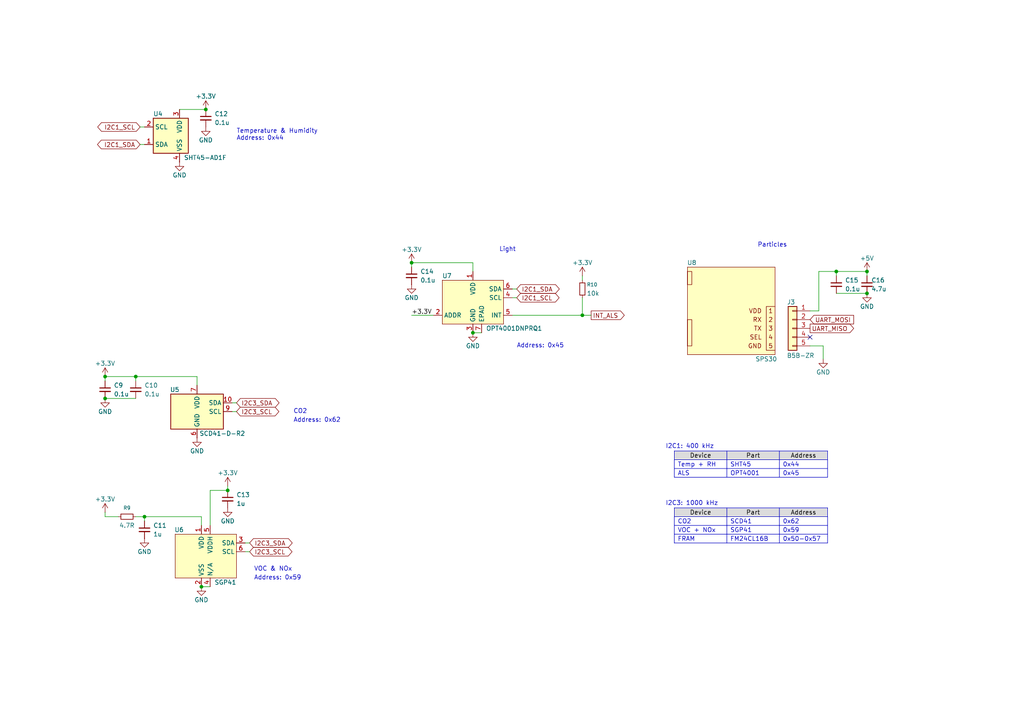
<source format=kicad_sch>
(kicad_sch (version 20250114) (generator "eeschema") (generator_version "9.0")
  (paper "A4")
  (title_block (title "Indoor Wireless Sensors") (date "2025-11-05") (rev "1.00"))
  (lib_symbols
    (symbol "Connector_Generic:Conn_01x05" (pin_names (offset 1.016) (hide yes))
      (property "Reference" "J" (at 0 7.62 0))
      (property "Value" "Conn_01x05" (at 0 -7.62 0))
      (symbol "Conn_01x05_1_1"
        (rectangle (start -1.27 6.35) (end 1.27 -6.35) (stroke (width 0.254)) (fill (type background)))
        (rectangle (start -1.27 5.207) (end 0 4.953) (stroke (width 0.1524)))
        (rectangle (start -1.27 2.667) (end 0 2.413) (stroke (width 0.1524)))
        (rectangle (start -1.27 0.127) (end 0 -0.127) (stroke (width 0.1524)))
        (rectangle (start -1.27 -2.413) (end 0 -2.667) (stroke (width 0.1524)))
        (rectangle (start -1.27 -4.953) (end 0 -5.207) (stroke (width 0.1524)))
        (pin passive line (at -5.08 5.08 0) (length 3.81) (name "Pin_1") (number "1"))
        (pin passive line (at -5.08 2.54 0) (length 3.81) (name "Pin_2") (number "2"))
        (pin passive line (at -5.08 0 0) (length 3.81) (name "Pin_3") (number "3"))
        (pin passive line (at -5.08 -2.54 0) (length 3.81) (name "Pin_4") (number "4"))
        (pin passive line (at -5.08 -5.08 0) (length 3.81) (name "Pin_5") (number "5"))
      )
    )
    (symbol "DWlib:OPT4001DNPRQ1"
      (property "Reference" "U" (at -8.382 7.366 0))
      (property "Value" "OPT4001DNPRQ1" (at 3.048 -7.62 0))
      (symbol "OPT4001DNPRQ1_1_1"
        (rectangle (start -8.89 6.35) (end 8.89 -6.35) (fill (type background)))
        (pin passive line (at -11.43 -3.81 0) (length 2.54) (name "ADDR") (number "2"))
        (pin power_in line (at 0 8.89 270) (length 2.54) (name "VDD") (number "1"))
        (pin power_in line (at 0 -8.89 90) (length 2.54) (name "GND") (number "3"))
        (pin passive line (at 2.54 -8.89 90) (length 2.54) (name "EPAD") (number "7"))
        (pin bidirectional line (at 11.43 3.81 180) (length 2.54) (name "SDA") (number "6"))
        (pin bidirectional line (at 11.43 1.27 180) (length 2.54) (name "SCL") (number "4"))
        (pin bidirectional line (at 11.43 -3.81 180) (length 2.54) (name "INT") (number "5"))
      )
    )
    (symbol "DWlib:SGP41"
      (property "Reference" "U" (at -8.382 7.366 0))
      (property "Value" "SGP41" (at 6.096 7.366 0))
      (symbol "SGP41_1_1"
        (rectangle (start -8.89 6.35) (end 8.89 -6.35) (fill (type background)))
        (pin power_in line (at -1.27 8.89 270) (length 2.54) (name "VDD") (number "1"))
        (pin power_in line (at -1.27 -8.89 90) (length 2.54) (name "VSS") (number "2"))
        (pin power_in line (at 1.27 8.89 270) (length 2.54) (name "VDDH") (number "5"))
        (pin passive line (at 1.27 -8.89 90) (length 2.54) (name "N/A") (number "4"))
        (pin bidirectional line (at 11.43 3.81 180) (length 2.54) (name "SDA") (number "3"))
        (pin bidirectional line (at 11.43 1.27 180) (length 2.54) (name "SCL") (number "6"))
      )
    )
    (symbol "DWlib:SPS30"
      (property "Reference" "U" (at -12.192 13.716 0))
      (property "Value" "SPS30" (at 9.906 13.716 0))
      (symbol "SPS30_0_1"
        (polyline (pts (xy 12.7 1.27) (xy 10.16 1.27) (xy 10.16 -11.43) (xy 12.7 -11.43)))
      )
      (symbol "SPS30_1_1"
        (rectangle (start -12.7 12.7) (end 12.7 -12.7) (fill (type background)))
        (rectangle (start -12.7 7.62) (end -11.43 11.43))
        (rectangle (start -12.7 -10.16) (end -11.43 -2.54))
        (text "VDD" (at 8.89 0 0) (effects (font (size 1.27 1.27)) (justify right)))
        (text "RX" (at 8.89 -2.54 0) (effects (font (size 1.27 1.27)) (justify right)))
        (text "TX" (at 8.89 -5.08 0) (effects (font (size 1.27 1.27)) (justify right)))
        (text "SEL" (at 8.89 -7.62 0) (effects (font (size 1.27 1.27)) (justify right)))
        (text "GND" (at 8.89 -10.16 0) (effects (font (size 1.27 1.27)) (justify right)))
        (text "1" (at 11.43 0 0) (effects (font (size 1.27 1.27))))
        (text "2" (at 11.43 -2.54 0) (effects (font (size 1.27 1.27))))
        (text "3" (at 11.43 -5.08 0) (effects (font (size 1.27 1.27))))
        (text "4" (at 11.43 -7.62 0) (effects (font (size 1.27 1.27))))
        (text "5" (at 11.43 -10.16 0) (effects (font (size 1.27 1.27))))
      )
    )
    (symbol "Device:C_Small" (pin_numbers (hide yes)) (pin_names (offset 0.254) (hide yes))
      (property "Reference" "C" (at 0.254 1.778 0))
      (property "Value" "C_Small" (at 0.254 -2.032 0))
      (symbol "C_Small_0_1"
        (polyline (pts (xy -1.524 0.508) (xy 1.524 0.508)) (stroke (width 0.3048)))
        (polyline (pts (xy -1.524 -0.508) (xy 1.524 -0.508)) (stroke (width 0.3302)))
      )
      (symbol "C_Small_1_1"
        (pin passive line (at 0 2.54 270) (length 2.032) (name "~") (number "1"))
        (pin passive line (at 0 -2.54 90) (length 2.032) (name "~") (number "2"))
      )
    )
    (symbol "Device:R_Small" (pin_numbers (hide yes)) (pin_names (offset 0.254) (hide yes))
      (property "Reference" "R" (at 0 0 90))
      (property "Value" "R_Small" (at 1.778 0 90))
      (symbol "R_Small_0_1"
        (rectangle (start -0.762 1.778) (end 0.762 -1.778) (stroke (width 0.2032)))
      )
      (symbol "R_Small_1_1"
        (pin passive line (at 0 2.54 270) (length 0.762) (name "~") (number "1"))
        (pin passive line (at 0 -2.54 90) (length 0.762) (name "~") (number "2"))
      )
    )
    (symbol "Sensor_Gas:SCD41-D-R2"
      (property "Reference" "U" (at -7.62 6.35 0))
      (property "Value" "SCD41-D-R2" (at 6.985 6.35 0))
      (symbol "SCD41-D-R2_0_1"
        (rectangle (start 7.62 5.08) (end -7.62 -5.08) (stroke (width 0.254)) (fill (type background)))
      )
      (symbol "SCD41-D-R2_1_1"
        (pin passive line (at 0 7.62 270) (length 2.54) (hide yes) (name "VDD") (number "19"))
        (pin power_in line (at 0 7.62 270) (length 2.54) (name "VDD") (number "7"))
        (pin passive line (at 0 -7.62 90) (length 2.54) (hide yes) (name "GND") (number "20"))
        (pin passive line (at 0 -7.62 90) (length 2.54) (hide yes) (name "GND") (number "21"))
        (pin power_in line (at 0 -7.62 90) (length 2.54) (name "GND") (number "6"))
        (pin bidirectional line (at 10.16 2.54 180) (length 2.54) (name "SDA") (number "10"))
        (pin input line (at 10.16 0 180) (length 2.54) (name "SCL") (number "9"))
      )
    )
    (symbol "Sensor_Humidity:SHT4x"
      (property "Reference" "U" (at 0 8.89 0))
      (property "Value" "SHT4x" (at 0 6.35 0))
      (symbol "SHT4x_1_1"
        (rectangle (start -5.08 5.08) (end 5.08 -5.08) (stroke (width 0.254)) (fill (type background)))
        (pin input line (at -7.62 2.54 0) (length 2.54) (name "SCL") (number "2"))
        (pin bidirectional line (at -7.62 -2.54 0) (length 2.54) (name "SDA") (number "1"))
        (pin power_in line (at 2.54 7.62 270) (length 2.54) (name "VDD") (number "3"))
        (pin power_in line (at 2.54 -7.62 90) (length 2.54) (name "VSS") (number "4"))
      )
    )
    (symbol "power:+3.3V" (power) (pin_numbers (hide yes)) (pin_names (offset 0) (hide yes))
      (property "Value" "+3.3V" (at 0 3.556 0))
      (symbol "+3.3V_0_1"
        (polyline (pts (xy -0.762 1.27) (xy 0 2.54)))
        (polyline (pts (xy 0 2.54) (xy 0.762 1.27)))
        (polyline (pts (xy 0 0) (xy 0 2.54)))
      )
      (symbol "+3.3V_1_1"
        (pin power_in line (at 0 0 90) (length 0) (name "~") (number "1"))
      )
    )
    (symbol "power:+5V" (power) (pin_numbers (hide yes)) (pin_names (offset 0) (hide yes))
      (property "Value" "+5V" (at 0 3.556 0))
      (symbol "+5V_0_1"
        (polyline (pts (xy -0.762 1.27) (xy 0 2.54)))
        (polyline (pts (xy 0 2.54) (xy 0.762 1.27)))
        (polyline (pts (xy 0 0) (xy 0 2.54)))
      )
      (symbol "+5V_1_1"
        (pin power_in line (at 0 0 90) (length 0) (name "~") (number "1"))
      )
    )
    (symbol "power:GND" (power) (pin_numbers (hide yes)) (pin_names (offset 0) (hide yes))
      (property "Value" "GND" (at 0 -3.81 0))
      (symbol "GND_0_1"
        (polyline (pts (xy 0 0) (xy 0 -1.27) (xy 1.27 -1.27) (xy 0 -2.54) (xy -1.27 -1.27) (xy 0 -1.27)))
      )
      (symbol "GND_1_1"
        (pin power_in line (at 0 0 270) (length 0) (name "~") (number "1"))
      )
    )
  )
  (text "Address: 0x59" (at 73.66 167.64 0) (effects (font (size 1.27 1.27)) (justify left)))
  (text "VOC & NOx" (at 73.66 165.1 0) (effects (font (size 1.27 1.27)) (justify left)))
  (text "Address: 0x44" (at 68.58 40.132 0) (effects (font (size 1.27 1.27)) (justify left)))
  (text "Particles" (at 219.71 71.12 0) (effects (font (size 1.27 1.27)) (justify left)))
  (text "CO2" (at 85.09 119.38 0) (effects (font (size 1.27 1.27)) (justify left)))
  (text "Light" (at 144.78 72.39 0) (effects (font (size 1.27 1.27)) (justify left)))
  (text "I2C1: 400 kHz" (at 193.04 129.54 0) (effects (font (size 1.27 1.27)) (justify left)))
  (text "Address: 0x45" (at 149.86 100.33 0) (effects (font (size 1.27 1.27)) (justify left)))
  (text "I2C3: 1000 kHz" (at 193.04 146.05 0) (effects (font (size 1.27 1.27)) (justify left)))
  (text "Temperature & Humidity" (at 68.58 38.1 0) (effects (font (size 1.27 1.27)) (justify left)))
  (text "Address: 0x62" (at 85.09 121.92 0) (effects (font (size 1.27 1.27)) (justify left)))
  (junction (at 242.57 78.74))
  (junction (at 39.37 109.22))
  (junction (at 119.38 76.2))
  (junction (at 41.91 149.86))
  (junction (at 66.04 142.24))
  (junction (at 251.46 85.09))
  (junction (at 30.48 109.22))
  (junction (at 30.48 115.57))
  (junction (at 58.42 170.18))
  (junction (at 168.91 91.44))
  (junction (at 251.46 78.74))
  (junction (at 137.16 96.52))
  (junction (at 59.69 31.75))
  (no_connect (at 234.95 97.79))
  (wire (pts (xy 30.48 110.49) (xy 30.48 109.22)))
  (wire (pts (xy 58.42 170.18) (xy 60.96 170.18)))
  (wire (pts (xy 41.91 149.86) (xy 58.42 149.86)))
  (wire (pts (xy 57.15 111.76) (xy 57.15 109.22)))
  (wire (pts (xy 119.38 77.47) (xy 119.38 76.2)))
  (wire (pts (xy 39.37 109.22) (xy 39.37 110.49)))
  (wire (pts (xy 242.57 78.74) (xy 242.57 80.01)))
  (wire (pts (xy 149.86 83.82) (xy 148.59 83.82)))
  (wire (pts (xy 68.58 119.38) (xy 67.31 119.38)))
  (wire (pts (xy 60.96 142.24) (xy 66.04 142.24)))
  (wire (pts (xy 148.59 91.44) (xy 168.91 91.44)))
  (wire (pts (xy 251.46 78.74) (xy 251.46 80.01)))
  (wire (pts (xy 40.64 36.83) (xy 41.91 36.83)))
  (wire (pts (xy 149.86 86.36) (xy 148.59 86.36)))
  (wire (pts (xy 52.07 31.75) (xy 59.69 31.75)))
  (wire (pts (xy 30.48 115.57) (xy 39.37 115.57)))
  (wire (pts (xy 68.58 116.84) (xy 67.31 116.84)))
  (wire (pts (xy 72.39 157.48) (xy 71.12 157.48)))
  (wire (pts (xy 234.95 100.33) (xy 238.76 100.33)))
  (wire (pts (xy 168.91 91.44) (xy 171.45 91.44)))
  (wire (pts (xy 168.91 86.36) (xy 168.91 91.44)))
  (wire (pts (xy 242.57 85.09) (xy 251.46 85.09)))
  (wire (pts (xy 72.39 160.02) (xy 71.12 160.02)))
  (wire (pts (xy 30.48 149.86) (xy 34.29 149.86)))
  (wire (pts (xy 40.64 41.91) (xy 41.91 41.91)))
  (wire (pts (xy 58.42 149.86) (xy 58.42 152.4)))
  (wire (pts (xy 119.38 76.2) (xy 137.16 76.2)))
  (wire (pts (xy 168.91 81.28) (xy 168.91 80.01)))
  (wire (pts (xy 30.48 148.59) (xy 30.48 149.86)))
  (wire (pts (xy 39.37 109.22) (xy 30.48 109.22)))
  (wire (pts (xy 39.37 149.86) (xy 41.91 149.86)))
  (wire (pts (xy 237.49 90.17) (xy 237.49 78.74)))
  (wire (pts (xy 242.57 78.74) (xy 251.46 78.74)))
  (wire (pts (xy 60.96 152.4) (xy 60.96 142.24)))
  (wire (pts (xy 137.16 96.52) (xy 139.7 96.52)))
  (wire (pts (xy 119.38 91.44) (xy 125.73 91.44)))
  (wire (pts (xy 41.91 149.86) (xy 41.91 151.13)))
  (wire (pts (xy 66.04 140.97) (xy 66.04 142.24)))
  (wire (pts (xy 234.95 90.17) (xy 237.49 90.17)))
  (wire (pts (xy 57.15 109.22) (xy 39.37 109.22)))
  (wire (pts (xy 237.49 78.74) (xy 242.57 78.74)))
  (wire (pts (xy 137.16 76.2) (xy 137.16 78.74)))
  (wire (pts (xy 238.76 100.33) (xy 238.76 104.14)))
  (table (column_count 3) (border (external yes) (header yes)) (separators (rows yes) (cols yes)) (column_widths 15.24 15.24 13.97) (row_heights 2.54 2.54 2.54 2.54) (cells (table_cell "Device" (at 195.58 147.32 0) (size 15.24 2.54) (margins 0.9525 0.9525 0.9525 0.9525) (span 1 1) (fill (type color) (color 220 220 220 1))) (table_cell "Part" (at 210.82 147.32 0) (size 15.24 2.54) (margins 0.9525 0.9525 0.9525 0.9525) (span 1 1) (fill (type color) (color 220 220 220 1))) (table_cell "Address" (at 226.06 147.32 0) (size 13.97 2.54) (margins 0.9525 0.9525 0.9525 0.9525) (span 1 1) (fill (type color) (color 220 220 220 1))) (table_cell "CO2" (at 195.58 149.86 0) (size 15.24 2.54) (margins 0.9525 0.9525 0.9525 0.9525) (span 1 1)) (table_cell "SCD41" (at 210.82 149.86 0) (size 15.24 2.54) (margins 0.9525 0.9525 0.9525 0.9525) (span 1 1)) (table_cell "0x62" (at 226.06 149.86 0) (size 13.97 2.54) (margins 0.9525 0.9525 0.9525 0.9525) (span 1 1)) (table_cell "VOC + NOx" (at 195.58 152.4 0) (size 15.24 2.54) (margins 0.9525 0.9525 0.9525 0.9525) (span 1 1)) (table_cell "SGP41" (at 210.82 152.4 0) (size 15.24 2.54) (margins 0.9525 0.9525 0.9525 0.9525) (span 1 1)) (table_cell "0x59" (at 226.06 152.4 0) (size 13.97 2.54) (margins 0.9525 0.9525 0.9525 0.9525) (span 1 1)) (table_cell "FRAM" (at 195.58 154.94 0) (size 15.24 2.54) (margins 0.9525 0.9525 0.9525 0.9525) (span 1 1)) (table_cell "FM24CL16B" (at 210.82 154.94 0) (size 15.24 2.54) (margins 0.9525 0.9525 0.9525 0.9525) (span 1 1)) (table_cell "0x50-0x57" (at 226.06 154.94 0) (size 13.97 2.54) (margins 0.9525 0.9525 0.9525 0.9525) (span 1 1))))
  (table (column_count 3) (border (external yes) (header yes)) (separators (rows yes) (cols yes)) (column_widths 15.24 15.24 13.97) (row_heights 2.54 2.54 2.54) (cells (table_cell "Device" (at 195.58 130.81 0) (size 15.24 2.54) (margins 0.9525 0.9525 0.9525 0.9525) (span 1 1) (fill (type color) (color 220 220 220 1))) (table_cell "Part" (at 210.82 130.81 0) (size 15.24 2.54) (margins 0.9525 0.9525 0.9525 0.9525) (span 1 1) (fill (type color) (color 220 220 220 1))) (table_cell "Address" (at 226.06 130.81 0) (size 13.97 2.54) (margins 0.9525 0.9525 0.9525 0.9525) (span 1 1) (fill (type color) (color 220 220 220 1))) (table_cell "Temp + RH" (at 195.58 133.35 0) (size 15.24 2.54) (margins 0.9525 0.9525 0.9525 0.9525) (span 1 1)) (table_cell "SHT45" (at 210.82 133.35 0) (size 15.24 2.54) (margins 0.9525 0.9525 0.9525 0.9525) (span 1 1)) (table_cell "0x44" (at 226.06 133.35 0) (size 13.97 2.54) (margins 0.9525 0.9525 0.9525 0.9525) (span 1 1)) (table_cell "ALS" (at 195.58 135.89 0) (size 15.24 2.54) (margins 0.9525 0.9525 0.9525 0.9525) (span 1 1)) (table_cell "OPT4001" (at 210.82 135.89 0) (size 15.24 2.54) (margins 0.9525 0.9525 0.9525 0.9525) (span 1 1)) (table_cell "0x45" (at 226.06 135.89 0) (size 13.97 2.54) (margins 0.9525 0.9525 0.9525 0.9525) (span 1 1))))
  (label "+3.3V" (at 119.38 91.44 0))
  (global_label "I2C1_SDA" (shape bidirectional) (at 40.64 41.91 180) (property "Intersheetrefs" "${INTERSHEET_REFS}" (at 28.8253 41.91 0) (effects (justify right))))
  (global_label "UART_MOSI" (shape input) (at 234.95 92.71 0) (property "Intersheetrefs" "${INTERSHEET_REFS}" (at 248.1557 92.71 0) (effects (justify left))))
  (global_label "I2C3_SCL" (shape bidirectional) (at 72.39 160.02 0) (property "Intersheetrefs" "${INTERSHEET_REFS}" (at 85.2555 160.02 0) (effects (justify left))))
  (global_label "UART_MISO" (shape output) (at 234.95 95.25 0) (property "Intersheetrefs" "${INTERSHEET_REFS}" (at 248.1557 95.25 0) (effects (justify left))))
  (global_label "INT_ALS" (shape output) (at 171.45 91.44 0) (property "Intersheetrefs" "${INTERSHEET_REFS}" (at 181.6319 91.44 0) (effects (justify left))))
  (global_label "I2C3_SDA" (shape bidirectional) (at 72.39 157.48 0) (property "Intersheetrefs" "${INTERSHEET_REFS}" (at 85.316 157.48 0) (effects (justify left))))
  (global_label "I2C3_SCL" (shape bidirectional) (at 68.58 119.38 0) (property "Intersheetrefs" "${INTERSHEET_REFS}" (at 81.4455 119.38 0) (effects (justify left))))
  (global_label "I2C1_SCL" (shape bidirectional) (at 40.64 36.83 180) (property "Intersheetrefs" "${INTERSHEET_REFS}" (at 27.7745 36.83 0) (effects (justify right))))
  (global_label "I2C3_SDA" (shape bidirectional) (at 68.58 116.84 0) (property "Intersheetrefs" "${INTERSHEET_REFS}" (at 81.506 116.84 0) (effects (justify left))))
  (global_label "I2C1_SCL" (shape bidirectional) (at 149.86 86.36 0) (property "Intersheetrefs" "${INTERSHEET_REFS}" (at 161.6142 86.36 0) (effects (justify left))))
  (global_label "I2C1_SDA" (shape bidirectional) (at 149.86 83.82 0) (property "Intersheetrefs" "${INTERSHEET_REFS}" (at 161.6747 83.82 0) (effects (justify left))))
  (symbol (lib_id "Device:C_Small") (at 39.37 113.03 0) (unit 1)
    (property "Reference" "C10" (at 41.91 111.7662 0) (effects (justify left)))
    (property "Value" "0.1u" (at 41.91 114.3062 0) (effects (justify left)))
    (property "Footprint" "Capacitor_SMD:C_0402_1005Metric" (effects (hide yes)))
    (property "Description" "Unpolarized capacitor, small symbol" (effects (hide yes)))
  )
  (symbol (lib_id "Device:C_Small") (at 251.46 82.55 0) (unit 1)
    (property "Reference" "C16" (at 252.73 81.28 0) (effects (justify left)))
    (property "Value" "4.7u" (at 252.73 83.82 0) (effects (justify left)))
    (property "Footprint" "Capacitor_SMD:C_0805_2012Metric" (effects (hide yes)))
    (property "Description" "Unpolarized capacitor, small symbol" (effects (hide yes)))
  )
  (symbol (lib_id "Sensor_Gas:SCD41-D-R2") (at 57.15 119.38 0) (unit 1)
    (property "Reference" "U5" (at 52.07 113.03 0) (effects (justify right)))
    (property "Value" "SCD41-D-R2" (at 71.12 125.73 0) (effects (justify right)))
    (property "Footprint" "Sensor:Sensirion_SCD4x-1EP_10.1x10.1mm_P1.25mm_EP4.8x4.8mm" (effects (hide yes)))
    (property "Datasheet" "https://sensirion.com/media/documents/E0F04247/631EF271/CD_DS_SCD40_SCD41_Datasheet_D1.pdf" (effects (hide yes)))
    (property "Description" "Photoacoustic CO2 sensor, 40 000 ppm, I2C, 2.4-5.5 V, High accuracy  400 - 5000 ppm" (effects (hide yes)))
    (property "MPN" "SCD41-D-R2" (effects (hide yes)))
    (property "Mouser PN" "403-SCD41-D-R2" (effects (hide yes)))
  )
  (symbol (lib_id "power:GND") (at 137.16 96.52 0) (unit 1)
    (property "Reference" "#PWR039" (effects (hide yes)))
    (property "Value" "GND" (at 137.16 100.33 0))
    (property "Description" "Power symbol creates a global label with name \"GND\" , ground" (effects (hide yes)))
  )
  (symbol (lib_id "power:GND") (at 41.91 156.21 0) (unit 1)
    (property "Reference" "#PWR029" (effects (hide yes)))
    (property "Value" "GND" (at 41.91 160.02 0))
    (property "Description" "Power symbol creates a global label with name \"GND\" , ground" (effects (hide yes)))
  )
  (symbol (lib_id "DWlib:SGP41") (at 59.69 161.29 0) (unit 1)
    (property "Reference" "U6" (at 53.34 153.67 0) (effects (justify right)))
    (property "Value" "SGP41" (at 68.58 168.91 0) (effects (justify right)))
    (property "Footprint" "DWlib:Sensirion_DFN-6-1EP_2.44x2.44mm_P0.5mm_EP1.25x1.7mm_SGP4x" (effects (hide yes)))
    (property "Datasheet" "https://sensirion.com/media/documents/5FE8673C/61E96F50/Sensirion_Gas_Sensors_Datasheet_SGP41.pdf" (effects (hide yes)))
    (property "Description" "Air Quality Sensor for VOC and NOx Measurements" (effects (hide yes)))
    (property "MPN" "SGP41-D-R4" (effects (hide yes)))
    (property "Mouser PN" "403-SGP41-D-R4" (effects (hide yes)))
  )
  (symbol (lib_id "power:+3.3V") (at 168.91 80.01 0) (unit 1)
    (property "Reference" "#PWR040" (effects (hide yes)))
    (property "Value" "+3.3V" (at 168.91 76.2 0))
    (property "Description" "Power symbol creates a global label with name \"+3.3V\"" (effects (hide yes)))
  )
  (symbol (lib_id "power:GND") (at 57.15 127 0) (unit 1)
    (property "Reference" "#PWR031" (effects (hide yes)))
    (property "Value" "GND" (at 57.15 130.81 0))
    (property "Description" "Power symbol creates a global label with name \"GND\" , ground" (effects (hide yes)))
  )
  (symbol (lib_id "Device:C_Small") (at 59.69 34.29 0) (unit 1)
    (property "Reference" "C12" (at 62.23 33.0262 0) (effects (justify left)))
    (property "Value" "0.1u" (at 62.23 35.5662 0) (effects (justify left)))
    (property "Footprint" "Capacitor_SMD:C_0402_1005Metric" (effects (hide yes)))
    (property "Description" "Unpolarized capacitor, small symbol" (effects (hide yes)))
  )
  (symbol (lib_id "Device:C_Small") (at 242.57 82.55 0) (unit 1)
    (property "Reference" "C15" (at 245.11 81.2862 0) (effects (justify left)))
    (property "Value" "0.1u" (at 245.11 83.8262 0) (effects (justify left)))
    (property "Footprint" "Capacitor_SMD:C_0402_1005Metric" (effects (hide yes)))
    (property "Description" "Unpolarized capacitor, small symbol" (effects (hide yes)))
  )
  (symbol (lib_id "Device:R_Small") (at 36.83 149.86 90) (unit 1)
    (property "Reference" "R9" (at 36.83 147.32 90) (effects (font (size 1.016 1.016))))
    (property "Value" "4.7R" (at 36.83 152.4 90))
    (property "Footprint" "Resistor_SMD:R_0603_1608Metric" (effects (hide yes)))
    (property "Description" "Resistor, small symbol" (effects (hide yes)))
  )
  (symbol (lib_id "Device:C_Small") (at 41.91 153.67 0) (unit 1)
    (property "Reference" "C11" (at 44.45 152.4062 0) (effects (justify left)))
    (property "Value" "1u" (at 44.45 154.9462 0) (effects (justify left)))
    (property "Footprint" "Capacitor_SMD:C_0402_1005Metric" (effects (hide yes)))
    (property "Description" "Unpolarized capacitor, small symbol" (effects (hide yes)))
  )
  (symbol (lib_id "power:GND") (at 52.07 46.99 0) (unit 1)
    (property "Reference" "#PWR030" (effects (hide yes)))
    (property "Value" "GND" (at 52.07 50.8 0))
    (property "Description" "Power symbol creates a global label with name \"GND\" , ground" (effects (hide yes)))
  )
  (symbol (lib_id "power:GND") (at 58.42 170.18 0) (unit 1)
    (property "Reference" "#PWR032" (effects (hide yes)))
    (property "Value" "GND" (at 58.42 173.99 0))
    (property "Description" "Power symbol creates a global label with name \"GND\" , ground" (effects (hide yes)))
  )
  (symbol (lib_id "power:+3.3V") (at 59.69 31.75 0) (unit 1)
    (property "Reference" "#PWR033" (effects (hide yes)))
    (property "Value" "+3.3V" (at 59.69 27.94 0))
    (property "Description" "Power symbol creates a global label with name \"+3.3V\"" (effects (hide yes)))
  )
  (symbol (lib_id "power:GND") (at 119.38 82.55 0) (unit 1)
    (property "Reference" "#PWR038" (effects (hide yes)))
    (property "Value" "GND" (at 119.38 86.36 0))
    (property "Description" "Power symbol creates a global label with name \"GND\" , ground" (effects (hide yes)))
  )
  (symbol (lib_id "Device:C_Small") (at 66.04 144.78 0) (unit 1)
    (property "Reference" "C13" (at 68.58 143.5162 0) (effects (justify left)))
    (property "Value" "1u" (at 68.58 146.0562 0) (effects (justify left)))
    (property "Footprint" "Capacitor_SMD:C_0402_1005Metric" (effects (hide yes)))
    (property "Description" "Unpolarized capacitor, small symbol" (effects (hide yes)))
  )
  (symbol (lib_id "power:GND") (at 238.76 104.14 0) (unit 1)
    (property "Reference" "#PWR041" (effects (hide yes)))
    (property "Value" "GND" (at 238.76 107.95 0))
    (property "Description" "Power symbol creates a global label with name \"GND\" , ground" (effects (hide yes)))
  )
  (symbol (lib_id "power:+3.3V") (at 30.48 148.59 0) (unit 1)
    (property "Reference" "#PWR028" (effects (hide yes)))
    (property "Value" "+3.3V" (at 30.48 144.78 0))
    (property "Description" "Power symbol creates a global label with name \"+3.3V\"" (effects (hide yes)))
  )
  (symbol (lib_id "power:+3.3V") (at 66.04 140.97 0) (unit 1)
    (property "Reference" "#PWR035" (effects (hide yes)))
    (property "Value" "+3.3V" (at 66.04 137.16 0))
    (property "Description" "Power symbol creates a global label with name \"+3.3V\"" (effects (hide yes)))
  )
  (symbol (lib_id "Sensor_Humidity:SHT4x") (at 49.53 39.37 0) (unit 1)
    (property "Reference" "U4" (at 44.45 33.02 0) (effects (justify left)))
    (property "Value" "SHT45-AD1F" (at 53.34 45.72 0) (effects (justify left)))
    (property "Footprint" "Sensor_Humidity:Sensirion_DFN-4_1.5x1.5mm_P0.8mm_SHT4x_NoCentralPad" (effects (hide yes)))
    (property "Datasheet" "https://sensirion.com/media/documents/33FD6951/624C4357/Datasheet_SHT4x.pdf" (effects (hide yes)))
    (property "Description" "Digital Humidity and Temperature Sensor, ±1%RH, ±0.1°C, I2C, 1.08-3.6V, 16bit, DFN-4" (effects (hide yes)))
    (property "MPN" "SHT45-AD1F-R2" (effects (hide yes)))
    (property "Mouser PN" "403-SHT45-AD1F-R2" (effects (hide yes)))
  )
  (symbol (lib_id "power:GND") (at 251.46 85.09 0) (unit 1)
    (property "Reference" "#PWR043" (effects (hide yes)))
    (property "Value" "GND" (at 251.46 88.9 0))
    (property "Description" "Power symbol creates a global label with name \"GND\" , ground" (effects (hide yes)))
  )
  (symbol (lib_id "power:+3.3V") (at 30.48 109.22 0) (unit 1)
    (property "Reference" "#PWR026" (effects (hide yes)))
    (property "Value" "+3.3V" (at 30.48 105.41 0))
    (property "Description" "Power symbol creates a global label with name \"+3.3V\"" (effects (hide yes)))
  )
  (symbol (lib_id "DWlib:OPT4001DNPRQ1") (at 137.16 87.63 0) (unit 1)
    (property "Reference" "U7" (at 128.27 80.01 0) (effects (justify left)))
    (property "Value" "OPT4001DNPRQ1" (at 140.97 95.25 0) (effects (justify left)))
    (property "Footprint" "DWlib:TI_USON-6-1EP_2x2mm_P0.5mm_EP0.65x1.35mm" (effects (hide yes)))
    (property "Datasheet" "https://www.ti.com/lit/ds/symlink/opt4001-q1.pdf" (effects (hide yes)))
    (property "Description" "High Speed, High Precision, Digital Ambient Light Sensor, USON-6" (effects (hide yes)))
    (property "MPN" "OPT4001DNPRQ1" (effects (hide yes)))
    (property "Mouser PN" "595-OPT4001DNPRQ1" (effects (hide yes)))
  )
  (symbol (lib_id "DWlib:SPS30") (at 212.09 90.17 0) (unit 1) (on_board no)
    (property "Reference" "U8" (at 200.66 76.2 0))
    (property "Value" "SPS30" (at 222.25 104.14 0))
    (property "Footprint" "DWlib:Sensiron_SPS30" (effects (hide yes)))
    (property "Datasheet" "https://sensirion.com/media/documents/8600FF88/64A3B8D6/Sensirion_PM_Sensors_Datasheet_SPS30.pdf" (effects (hide yes)))
    (property "Description" "Particulate Matter Sensor for Air Quality Monitoring and Control" (effects (hide yes)))
    (property "MPN" "SPS30" (effects (hide yes)))
    (property "Mouser PN" "403-SPS30" (effects (hide yes)))
  )
  (symbol (lib_id "Device:R_Small") (at 168.91 83.82 180) (unit 1)
    (property "Reference" "R10" (at 170.18 82.55 0) (effects (font (size 1.016 1.016)) (justify right)))
    (property "Value" "10k" (at 170.18 85.09 0) (effects (justify right)))
    (property "Footprint" "Resistor_SMD:R_0603_1608Metric" (effects (hide yes)))
    (property "Description" "Resistor, small symbol" (effects (hide yes)))
  )
  (symbol (lib_id "power:+5V") (at 251.46 78.74 0) (unit 1)
    (property "Reference" "#PWR042" (effects (hide yes)))
    (property "Value" "+5V" (at 251.46 74.93 0))
    (property "Description" "Power symbol creates a global label with name \"+5V\"" (effects (hide yes)))
  )
  (symbol (lib_id "power:GND") (at 59.69 36.83 0) (unit 1)
    (property "Reference" "#PWR034" (effects (hide yes)))
    (property "Value" "GND" (at 59.69 40.64 0))
    (property "Description" "Power symbol creates a global label with name \"GND\" , ground" (effects (hide yes)))
  )
  (symbol (lib_id "power:+3.3V") (at 119.38 76.2 0) (unit 1)
    (property "Reference" "#PWR037" (effects (hide yes)))
    (property "Value" "+3.3V" (at 119.38 72.39 0))
    (property "Description" "Power symbol creates a global label with name \"+3.3V\"" (effects (hide yes)))
  )
  (symbol (lib_id "power:GND") (at 30.48 115.57 0) (unit 1)
    (property "Reference" "#PWR027" (effects (hide yes)))
    (property "Value" "GND" (at 30.48 119.38 0))
    (property "Description" "Power symbol creates a global label with name \"GND\" , ground" (effects (hide yes)))
  )
  (symbol (lib_id "Connector_Generic:Conn_01x05") (at 229.87 95.25 0) (mirror y) (unit 1)
    (property "Reference" "J3" (at 230.632 87.63 0) (effects (justify left)))
    (property "Value" "B5B-ZR" (at 236.22 103.124 0) (effects (justify left)))
    (property "Footprint" "Connector_JST:JST_ZH_B5B-ZR_1x05_P1.50mm_Vertical" (effects (hide yes)))
    (property "Description" "Generic connector, single row, 01x05, script generated (kicad-library-utils/schlib/autogen/connector/)" (effects (hide yes)))
    (property "MPN" "B5B-ZR(LF)(SN)" (effects (hide yes)))
    (property "Mouser PN" "306-B5BZRLFSNP" (effects (hide yes)))
  )
  (symbol (lib_id "Device:C_Small") (at 119.38 80.01 0) (unit 1)
    (property "Reference" "C14" (at 121.92 78.7462 0) (effects (justify left)))
    (property "Value" "0.1u" (at 121.92 81.2862 0) (effects (justify left)))
    (property "Footprint" "Capacitor_SMD:C_0402_1005Metric" (effects (hide yes)))
    (property "Description" "Unpolarized capacitor, small symbol" (effects (hide yes)))
  )
  (symbol (lib_id "Device:C_Small") (at 30.48 113.03 0) (unit 1)
    (property "Reference" "C9" (at 33.02 111.7662 0) (effects (justify left)))
    (property "Value" "0.1u" (at 33.02 114.3062 0) (effects (justify left)))
    (property "Footprint" "Capacitor_SMD:C_0402_1005Metric" (effects (hide yes)))
    (property "Description" "Unpolarized capacitor, small symbol" (effects (hide yes)))
  )
  (symbol (lib_id "power:GND") (at 66.04 147.32 0) (unit 1)
    (property "Reference" "#PWR036" (effects (hide yes)))
    (property "Value" "GND" (at 66.04 151.13 0))
    (property "Description" "Power symbol creates a global label with name \"GND\" , ground" (effects (hide yes)))
  )
)
</source>
